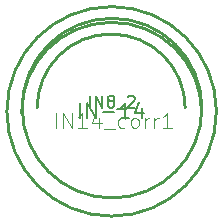
<source format=gbr>
%TF.GenerationSoftware,KiCad,Pcbnew,(6.0.9)*%
%TF.CreationDate,2023-01-27T17:59:37+01:00*%
%TF.ProjectId,adaptateur in 8 in 14,61646170-7461-4746-9575-7220696e2038,rev?*%
%TF.SameCoordinates,Original*%
%TF.FileFunction,Legend,Top*%
%TF.FilePolarity,Positive*%
%FSLAX46Y46*%
G04 Gerber Fmt 4.6, Leading zero omitted, Abs format (unit mm)*
G04 Created by KiCad (PCBNEW (6.0.9)) date 2023-01-27 17:59:37*
%MOMM*%
%LPD*%
G01*
G04 APERTURE LIST*
%ADD10C,0.101600*%
%ADD11C,0.150000*%
%ADD12C,0.254000*%
%ADD13C,0.127000*%
G04 APERTURE END LIST*
D10*
%TO.C,IN14_corr1*%
X132756666Y-93333448D02*
X132756666Y-92063448D01*
X133361428Y-93333448D02*
X133361428Y-92063448D01*
X134087142Y-93333448D01*
X134087142Y-92063448D01*
X135357142Y-93333448D02*
X134631428Y-93333448D01*
X134994285Y-93333448D02*
X134994285Y-92063448D01*
X134873333Y-92244877D01*
X134752380Y-92365829D01*
X134631428Y-92426305D01*
X136445714Y-92486782D02*
X136445714Y-93333448D01*
X136143333Y-92002972D02*
X135840952Y-92910115D01*
X136627142Y-92910115D01*
X136808571Y-93454401D02*
X137776190Y-93454401D01*
X138622857Y-93272972D02*
X138501904Y-93333448D01*
X138260000Y-93333448D01*
X138139047Y-93272972D01*
X138078571Y-93212496D01*
X138018095Y-93091544D01*
X138018095Y-92728686D01*
X138078571Y-92607734D01*
X138139047Y-92547258D01*
X138260000Y-92486782D01*
X138501904Y-92486782D01*
X138622857Y-92547258D01*
X139348571Y-93333448D02*
X139227619Y-93272972D01*
X139167142Y-93212496D01*
X139106666Y-93091544D01*
X139106666Y-92728686D01*
X139167142Y-92607734D01*
X139227619Y-92547258D01*
X139348571Y-92486782D01*
X139530000Y-92486782D01*
X139650952Y-92547258D01*
X139711428Y-92607734D01*
X139771904Y-92728686D01*
X139771904Y-93091544D01*
X139711428Y-93212496D01*
X139650952Y-93272972D01*
X139530000Y-93333448D01*
X139348571Y-93333448D01*
X140316190Y-93333448D02*
X140316190Y-92486782D01*
X140316190Y-92728686D02*
X140376666Y-92607734D01*
X140437142Y-92547258D01*
X140558095Y-92486782D01*
X140679047Y-92486782D01*
X141102380Y-93333448D02*
X141102380Y-92486782D01*
X141102380Y-92728686D02*
X141162857Y-92607734D01*
X141223333Y-92547258D01*
X141344285Y-92486782D01*
X141465238Y-92486782D01*
X142553809Y-93333448D02*
X141828095Y-93333448D01*
X142190952Y-93333448D02*
X142190952Y-92063448D01*
X142070000Y-92244877D01*
X141949047Y-92365829D01*
X141828095Y-92426305D01*
D11*
X134814047Y-92508448D02*
X134814047Y-91238448D01*
X135418809Y-92508448D02*
X135418809Y-91238448D01*
X136144523Y-92508448D01*
X136144523Y-91238448D01*
X136749285Y-92024639D02*
X137716904Y-92024639D01*
X138986904Y-92508448D02*
X138261190Y-92508448D01*
X138624047Y-92508448D02*
X138624047Y-91238448D01*
X138503095Y-91419877D01*
X138382142Y-91540829D01*
X138261190Y-91601305D01*
X140075476Y-91661782D02*
X140075476Y-92508448D01*
X139773095Y-91177972D02*
X139470714Y-92085115D01*
X140256904Y-92085115D01*
%TO.C,IN8_2*%
X135655597Y-91611305D02*
X135655597Y-90611305D01*
X136131787Y-91611305D02*
X136131787Y-90611305D01*
X136703216Y-91611305D01*
X136703216Y-90611305D01*
X137322263Y-91039877D02*
X137227025Y-90992258D01*
X137179406Y-90944639D01*
X137131787Y-90849401D01*
X137131787Y-90801782D01*
X137179406Y-90706544D01*
X137227025Y-90658925D01*
X137322263Y-90611305D01*
X137512740Y-90611305D01*
X137607978Y-90658925D01*
X137655597Y-90706544D01*
X137703216Y-90801782D01*
X137703216Y-90849401D01*
X137655597Y-90944639D01*
X137607978Y-90992258D01*
X137512740Y-91039877D01*
X137322263Y-91039877D01*
X137227025Y-91087496D01*
X137179406Y-91135115D01*
X137131787Y-91230353D01*
X137131787Y-91420829D01*
X137179406Y-91516067D01*
X137227025Y-91563686D01*
X137322263Y-91611305D01*
X137512740Y-91611305D01*
X137607978Y-91563686D01*
X137655597Y-91516067D01*
X137703216Y-91420829D01*
X137703216Y-91230353D01*
X137655597Y-91135115D01*
X137607978Y-91087496D01*
X137512740Y-91039877D01*
X137893692Y-91706544D02*
X138655597Y-91706544D01*
X138846073Y-90706544D02*
X138893692Y-90658925D01*
X138988930Y-90611305D01*
X139227025Y-90611305D01*
X139322263Y-90658925D01*
X139369882Y-90706544D01*
X139417501Y-90801782D01*
X139417501Y-90897020D01*
X139369882Y-91039877D01*
X138798454Y-91611305D01*
X139417501Y-91611305D01*
D12*
%TO.C,IN14_corr1*%
X145095000Y-91933925D02*
G75*
G03*
X129855000Y-92091405I-7620000J-78740D01*
G01*
X146347220Y-91933925D02*
G75*
G03*
X146347220Y-91933925I-8872220J0D01*
G01*
D13*
%TO.C,IN8_2*%
X143657021Y-91597215D02*
G75*
G03*
X131155120Y-91572565I-6250961J6870D01*
G01*
D12*
X143705260Y-91658925D02*
G75*
G03*
X131162740Y-91658925I-6271260J0D01*
G01*
X145120040Y-91658925D02*
G75*
G03*
X145120040Y-91658925I-7607300J0D01*
G01*
D13*
X145132740Y-91658925D02*
G75*
G03*
X145132740Y-91658925I-7620000J0D01*
G01*
%TD*%
M02*

</source>
